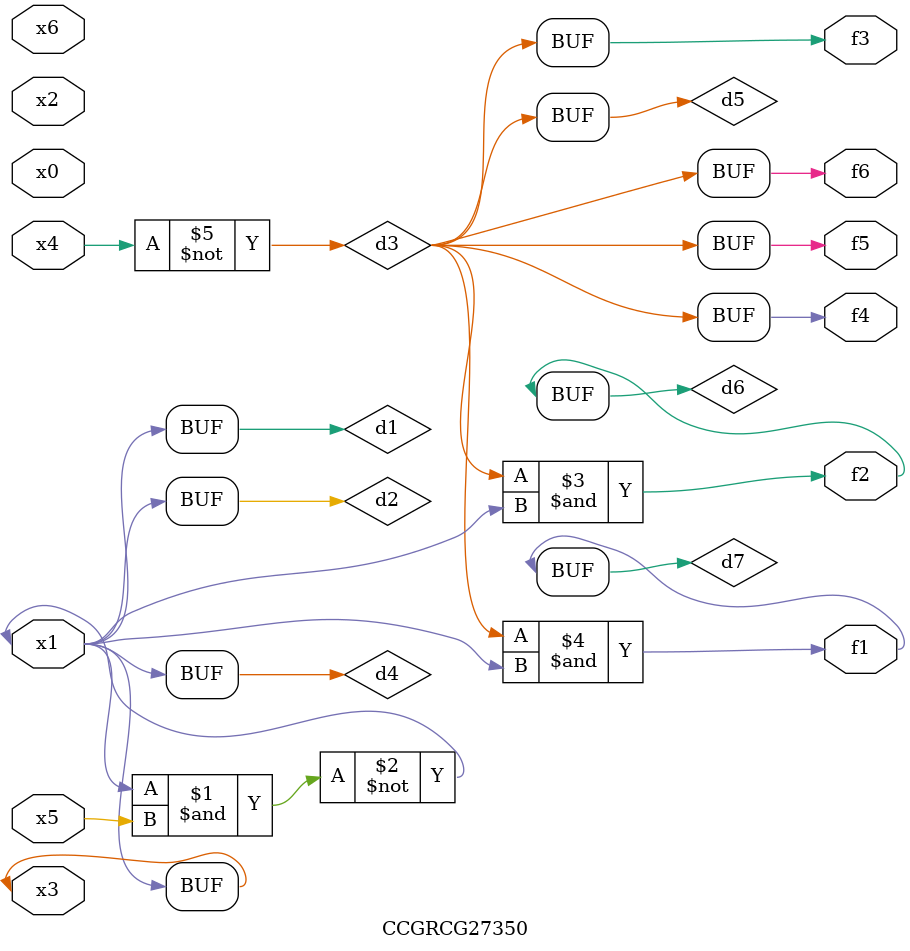
<source format=v>
module CCGRCG27350(
	input x0, x1, x2, x3, x4, x5, x6,
	output f1, f2, f3, f4, f5, f6
);

	wire d1, d2, d3, d4, d5, d6, d7;

	buf (d1, x1, x3);
	nand (d2, x1, x5);
	not (d3, x4);
	buf (d4, d1, d2);
	buf (d5, d3);
	and (d6, d3, d4);
	and (d7, d3, d4);
	assign f1 = d7;
	assign f2 = d6;
	assign f3 = d5;
	assign f4 = d5;
	assign f5 = d5;
	assign f6 = d5;
endmodule

</source>
